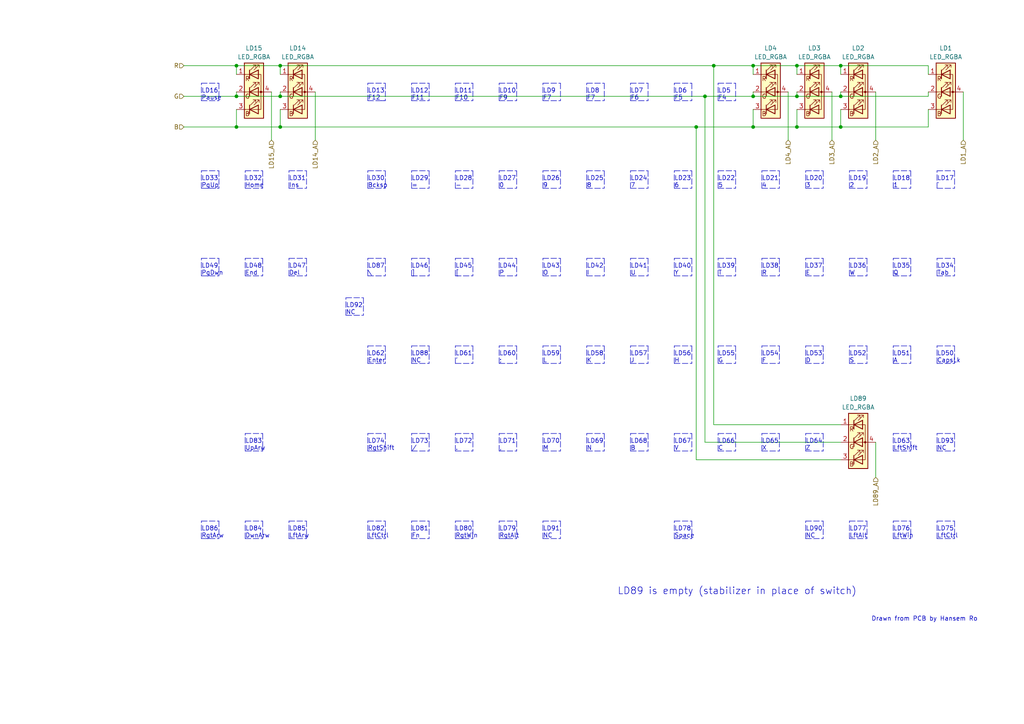
<source format=kicad_sch>
(kicad_sch (version 20211123) (generator eeschema)
  (paper "A4")
  (lib_symbols
    (symbol "Device:LED_RGBA" (pin_names (offset 0) hide)
      (property "Reference" "D" (at 0 9.398 0))
      (property "Value" "LED_RGBA" (at 0 -8.89 0))
      (symbol "LED_RGBA_0_0"
        (text "B" (at -1.905 -6.35 0) (effects (font (size 1.27 1.27))))
        (text "G" (at -1.905 -1.27 0) (effects (font (size 1.27 1.27))))
        (text "R" (at -1.905 3.81 0) (effects (font (size 1.27 1.27))))
      )
      (symbol "LED_RGBA_0_1"
        (polyline (pts (xy -1.27 -5.08) (xy -2.54 -5.08)))
        (polyline (pts (xy -1.27 -5.08) (xy 1.27 -5.08)))
        (polyline (pts (xy -1.27 -3.81) (xy -1.27 -6.35)) (stroke (width 0.254)))
        (polyline (pts (xy -1.27 0) (xy -2.54 0)))
        (polyline (pts (xy -1.27 1.27) (xy -1.27 -1.27)) (stroke (width 0.254)))
        (polyline (pts (xy -1.27 5.08) (xy -2.54 5.08)))
        (polyline (pts (xy -1.27 5.08) (xy 1.27 5.08)))
        (polyline (pts (xy -1.27 6.35) (xy -1.27 3.81)) (stroke (width 0.254)))
        (polyline (pts (xy 1.27 0) (xy -1.27 0)))
        (polyline (pts (xy 1.27 0) (xy 2.54 0)))
        (polyline (pts (xy -1.27 1.27) (xy -1.27 -1.27) (xy -1.27 -1.27)))
        (polyline (pts (xy -1.27 6.35) (xy -1.27 3.81) (xy -1.27 3.81)))
        (polyline (pts (xy 1.27 -5.08) (xy 2.032 -5.08) (xy 2.032 5.08) (xy 1.27 5.08)))
        (polyline (pts (xy 1.27 -3.81) (xy 1.27 -6.35) (xy -1.27 -5.08) (xy 1.27 -3.81)) (stroke (width 0.254)))
        (polyline (pts (xy 1.27 1.27) (xy 1.27 -1.27) (xy -1.27 0) (xy 1.27 1.27)) (stroke (width 0.254)))
        (polyline (pts (xy 1.27 6.35) (xy 1.27 3.81) (xy -1.27 5.08) (xy 1.27 6.35)) (stroke (width 0.254)))
        (polyline (pts (xy -1.016 -3.81) (xy 0.508 -2.286) (xy -0.254 -2.286) (xy 0.508 -2.286) (xy 0.508 -3.048)))
        (polyline (pts (xy -1.016 1.27) (xy 0.508 2.794) (xy -0.254 2.794) (xy 0.508 2.794) (xy 0.508 2.032)))
        (polyline (pts (xy -1.016 6.35) (xy 0.508 7.874) (xy -0.254 7.874) (xy 0.508 7.874) (xy 0.508 7.112)))
        (polyline (pts (xy 0 -3.81) (xy 1.524 -2.286) (xy 0.762 -2.286) (xy 1.524 -2.286) (xy 1.524 -3.048)))
        (polyline (pts (xy 0 1.27) (xy 1.524 2.794) (xy 0.762 2.794) (xy 1.524 2.794) (xy 1.524 2.032)))
        (polyline (pts (xy 0 6.35) (xy 1.524 7.874) (xy 0.762 7.874) (xy 1.524 7.874) (xy 1.524 7.112)))
        (rectangle (start 1.27 -1.27) (end 1.27 1.27))
        (rectangle (start 1.27 1.27) (end 1.27 1.27))
        (rectangle (start 1.27 3.81) (end 1.27 6.35))
        (rectangle (start 1.27 6.35) (end 1.27 6.35))
        (circle (center 2.032 0) (radius 0.254) (fill (type outline)))
        (rectangle (start 2.794 8.382) (end -2.794 -7.62) (stroke (width 0.254)) (fill (type background)))
      )
      (symbol "LED_RGBA_1_1"
        (pin passive line (at -5.08 5.08 0) (length 2.54) (name "RK") (number "1"))
        (pin passive line (at -5.08 0 0) (length 2.54) (name "GK") (number "2"))
        (pin passive line (at -5.08 -5.08 0) (length 2.54) (name "BK") (number "3"))
        (pin passive line (at 5.08 0 180) (length 2.54) (name "A") (number "4"))
      )
    )
  )
  (junction (at 231.14 27.94))
  (junction (at 243.84 27.94))
  (junction (at 204.47 27.94))
  (junction (at 81.28 27.94))
  (junction (at 81.28 36.83))
  (junction (at 218.44 19.05))
  (junction (at 201.93 36.83))
  (junction (at 81.28 19.05))
  (junction (at 207.01 19.05))
  (junction (at 68.58 36.83))
  (junction (at 231.14 19.05))
  (junction (at 68.58 27.94))
  (junction (at 68.58 19.05))
  (junction (at 218.44 27.94))
  (junction (at 243.84 36.83))
  (junction (at 243.84 19.05))
  (junction (at 218.44 36.83))
  (junction (at 231.14 36.83))
  (polyline (pts (xy 119.38 54.61) (xy 124.46 54.61)))
  (polyline (pts (xy 157.48 49.53) (xy 162.56 49.53)))
  (polyline (pts (xy 259.08 105.41) (xy 259.08 100.33)))
  (polyline (pts (xy 246.38 80.01) (xy 246.38 74.93)))
  (polyline (pts (xy 119.38 130.81) (xy 124.46 130.81)))
  (wire (pts (xy 231.14 36.83) (xy 243.84 36.83)))
  (wire (pts (xy 243.84 36.83) (xy 269.24 36.83)))
  (polyline (pts (xy 195.58 74.93) (xy 200.66 74.93)))
  (wire (pts (xy 81.28 21.59) (xy 81.28 19.05)))
  (polyline (pts (xy 182.88 105.41) (xy 182.88 100.33)))
  (polyline (pts (xy 208.28 80.01) (xy 208.28 74.93)))
  (polyline (pts (xy 76.2 151.13) (xy 76.2 156.21)))
  (polyline (pts (xy 106.68 105.41) (xy 111.76 105.41)))
  (polyline (pts (xy 264.16 74.93) (xy 264.16 80.01)))
  (polyline (pts (xy 213.36 49.53) (xy 213.36 54.61)))
  (polyline (pts (xy 208.28 54.61) (xy 208.28 49.53)))
  (wire (pts (xy 218.44 36.83) (xy 231.14 36.83)))
  (polyline (pts (xy 132.08 24.13) (xy 137.16 24.13)))
  (polyline (pts (xy 149.86 100.33) (xy 149.86 105.41)))
  (polyline (pts (xy 119.38 49.53) (xy 124.46 49.53)))
  (polyline (pts (xy 195.58 29.21) (xy 195.58 24.13)))
  (polyline (pts (xy 132.08 125.73) (xy 137.16 125.73)))
  (polyline (pts (xy 213.36 24.13) (xy 213.36 29.21)))
  (polyline (pts (xy 71.12 49.53) (xy 76.2 49.53)))
  (polyline (pts (xy 106.68 54.61) (xy 111.76 54.61)))
  (polyline (pts (xy 144.78 49.53) (xy 149.86 49.53)))
  (polyline (pts (xy 208.28 29.21) (xy 208.28 24.13)))
  (polyline (pts (xy 83.82 54.61) (xy 83.82 49.53)))
  (wire (pts (xy 81.28 36.83) (xy 201.93 36.83)))
  (polyline (pts (xy 106.68 100.33) (xy 111.76 100.33)))
  (polyline (pts (xy 106.68 24.13) (xy 111.76 24.13)))
  (polyline (pts (xy 182.88 80.01) (xy 182.88 74.93)))
  (polyline (pts (xy 106.68 29.21) (xy 106.68 24.13)))
  (polyline (pts (xy 137.16 100.33) (xy 137.16 105.41)))
  (polyline (pts (xy 157.48 130.81) (xy 157.48 125.73)))
  (polyline (pts (xy 208.28 105.41) (xy 213.36 105.41)))
  (polyline (pts (xy 259.08 80.01) (xy 259.08 74.93)))
  (polyline (pts (xy 71.12 54.61) (xy 71.12 49.53)))
  (polyline (pts (xy 157.48 54.61) (xy 157.48 49.53)))
  (polyline (pts (xy 251.46 74.93) (xy 251.46 80.01)))
  (polyline (pts (xy 170.18 105.41) (xy 175.26 105.41)))
  (polyline (pts (xy 246.38 156.21) (xy 251.46 156.21)))
  (polyline (pts (xy 271.78 151.13) (xy 276.86 151.13)))
  (wire (pts (xy 81.28 27.94) (xy 68.58 27.94)))
  (polyline (pts (xy 200.66 100.33) (xy 200.66 105.41)))
  (polyline (pts (xy 83.82 49.53) (xy 88.9 49.53)))
  (polyline (pts (xy 106.68 80.01) (xy 106.68 74.93)))
  (polyline (pts (xy 213.36 100.33) (xy 213.36 105.41)))
  (polyline (pts (xy 187.96 125.73) (xy 187.96 130.81)))
  (polyline (pts (xy 259.08 54.61) (xy 259.08 49.53)))
  (wire (pts (xy 68.58 19.05) (xy 81.28 19.05)))
  (polyline (pts (xy 144.78 74.93) (xy 149.86 74.93)))
  (polyline (pts (xy 208.28 29.21) (xy 213.36 29.21)))
  (polyline (pts (xy 195.58 125.73) (xy 200.66 125.73)))
  (wire (pts (xy 254 128.27) (xy 254 138.43)))
  (polyline (pts (xy 170.18 29.21) (xy 170.18 24.13)))
  (polyline (pts (xy 149.86 49.53) (xy 149.86 54.61)))
  (polyline (pts (xy 88.9 74.93) (xy 88.9 80.01)))
  (polyline (pts (xy 170.18 80.01) (xy 175.26 80.01)))
  (polyline (pts (xy 213.36 125.73) (xy 213.36 130.81)))
  (polyline (pts (xy 119.38 105.41) (xy 124.46 105.41)))
  (polyline (pts (xy 157.48 151.13) (xy 162.56 151.13)))
  (polyline (pts (xy 124.46 49.53) (xy 124.46 54.61)))
  (wire (pts (xy 53.34 27.94) (xy 68.58 27.94)))
  (polyline (pts (xy 119.38 80.01) (xy 124.46 80.01)))
  (polyline (pts (xy 124.46 100.33) (xy 124.46 105.41)))
  (polyline (pts (xy 182.88 125.73) (xy 187.96 125.73)))
  (polyline (pts (xy 106.68 80.01) (xy 111.76 80.01)))
  (polyline (pts (xy 100.33 91.44) (xy 105.41 91.44)))
  (polyline (pts (xy 220.98 130.81) (xy 226.06 130.81)))
  (polyline (pts (xy 144.78 125.73) (xy 149.86 125.73)))
  (polyline (pts (xy 105.41 86.36) (xy 105.41 91.44)))
  (polyline (pts (xy 162.56 49.53) (xy 162.56 54.61)))
  (polyline (pts (xy 271.78 156.21) (xy 276.86 156.21)))
  (polyline (pts (xy 83.82 80.01) (xy 88.9 80.01)))
  (polyline (pts (xy 195.58 80.01) (xy 200.66 80.01)))
  (polyline (pts (xy 200.66 151.13) (xy 200.66 156.21)))
  (wire (pts (xy 81.28 26.67) (xy 81.28 27.94)))
  (polyline (pts (xy 271.78 74.93) (xy 276.86 74.93)))
  (polyline (pts (xy 175.26 24.13) (xy 175.26 29.21)))
  (polyline (pts (xy 58.42 151.13) (xy 63.5 151.13)))
  (wire (pts (xy 207.01 123.19) (xy 207.01 19.05)))
  (wire (pts (xy 269.24 21.59) (xy 269.24 19.05)))
  (wire (pts (xy 218.44 36.83) (xy 218.44 31.75)))
  (polyline (pts (xy 259.08 125.73) (xy 264.16 125.73)))
  (polyline (pts (xy 259.08 151.13) (xy 264.16 151.13)))
  (polyline (pts (xy 137.16 24.13) (xy 137.16 29.21)))
  (polyline (pts (xy 200.66 49.53) (xy 200.66 54.61)))
  (polyline (pts (xy 132.08 105.41) (xy 132.08 100.33)))
  (polyline (pts (xy 195.58 105.41) (xy 200.66 105.41)))
  (polyline (pts (xy 119.38 156.21) (xy 124.46 156.21)))
  (wire (pts (xy 243.84 128.27) (xy 204.47 128.27)))
  (polyline (pts (xy 238.76 151.13) (xy 238.76 156.21)))
  (polyline (pts (xy 149.86 151.13) (xy 149.86 156.21)))
  (polyline (pts (xy 144.78 105.41) (xy 149.86 105.41)))
  (polyline (pts (xy 170.18 130.81) (xy 170.18 125.73)))
  (polyline (pts (xy 170.18 49.53) (xy 175.26 49.53)))
  (polyline (pts (xy 71.12 130.81) (xy 71.12 125.73)))
  (polyline (pts (xy 220.98 74.93) (xy 226.06 74.93)))
  (polyline (pts (xy 170.18 54.61) (xy 170.18 49.53)))
  (wire (pts (xy 269.24 27.94) (xy 269.24 26.67)))
  (polyline (pts (xy 119.38 24.13) (xy 124.46 24.13)))
  (polyline (pts (xy 233.68 151.13) (xy 238.76 151.13)))
  (polyline (pts (xy 63.5 49.53) (xy 63.5 54.61)))
  (polyline (pts (xy 132.08 29.21) (xy 137.16 29.21)))
  (polyline (pts (xy 276.86 151.13) (xy 276.86 156.21)))
  (polyline (pts (xy 119.38 156.21) (xy 119.38 151.13)))
  (wire (pts (xy 241.3 26.67) (xy 241.3 40.64)))
  (polyline (pts (xy 83.82 151.13) (xy 88.9 151.13)))
  (polyline (pts (xy 233.68 100.33) (xy 238.76 100.33)))
  (polyline (pts (xy 195.58 156.21) (xy 195.58 151.13)))
  (polyline (pts (xy 220.98 49.53) (xy 226.06 49.53)))
  (polyline (pts (xy 71.12 130.81) (xy 76.2 130.81)))
  (polyline (pts (xy 233.68 80.01) (xy 238.76 80.01)))
  (polyline (pts (xy 124.46 125.73) (xy 124.46 130.81)))
  (polyline (pts (xy 157.48 80.01) (xy 162.56 80.01)))
  (polyline (pts (xy 271.78 80.01) (xy 276.86 80.01)))
  (polyline (pts (xy 271.78 130.81) (xy 271.78 125.73)))
  (polyline (pts (xy 144.78 105.41) (xy 144.78 100.33)))
  (polyline (pts (xy 106.68 125.73) (xy 111.76 125.73)))
  (polyline (pts (xy 220.98 54.61) (xy 226.06 54.61)))
  (polyline (pts (xy 259.08 130.81) (xy 259.08 125.73)))
  (wire (pts (xy 231.14 36.83) (xy 231.14 31.75)))
  (polyline (pts (xy 208.28 130.81) (xy 208.28 125.73)))
  (wire (pts (xy 53.34 19.05) (xy 68.58 19.05)))
  (polyline (pts (xy 58.42 80.01) (xy 63.5 80.01)))
  (polyline (pts (xy 106.68 130.81) (xy 111.76 130.81)))
  (polyline (pts (xy 71.12 156.21) (xy 76.2 156.21)))
  (polyline (pts (xy 187.96 74.93) (xy 187.96 80.01)))
  (polyline (pts (xy 226.06 100.33) (xy 226.06 105.41)))
  (polyline (pts (xy 264.16 151.13) (xy 264.16 156.21)))
  (polyline (pts (xy 233.68 105.41) (xy 238.76 105.41)))
  (polyline (pts (xy 276.86 49.53) (xy 276.86 54.61)))
  (polyline (pts (xy 119.38 125.73) (xy 124.46 125.73)))
  (polyline (pts (xy 83.82 156.21) (xy 88.9 156.21)))
  (polyline (pts (xy 76.2 49.53) (xy 76.2 54.61)))
  (polyline (pts (xy 208.28 100.33) (xy 213.36 100.33)))
  (polyline (pts (xy 132.08 100.33) (xy 137.16 100.33)))
  (polyline (pts (xy 259.08 130.81) (xy 264.16 130.81)))
  (polyline (pts (xy 162.56 125.73) (xy 162.56 130.81)))
  (polyline (pts (xy 124.46 151.13) (xy 124.46 156.21)))
  (polyline (pts (xy 106.68 156.21) (xy 111.76 156.21)))
  (wire (pts (xy 201.93 133.35) (xy 201.93 36.83)))
  (polyline (pts (xy 170.18 125.73) (xy 175.26 125.73)))
  (polyline (pts (xy 271.78 156.21) (xy 271.78 151.13)))
  (polyline (pts (xy 220.98 100.33) (xy 226.06 100.33)))
  (polyline (pts (xy 132.08 74.93) (xy 137.16 74.93)))
  (polyline (pts (xy 264.16 49.53) (xy 264.16 54.61)))
  (polyline (pts (xy 119.38 29.21) (xy 119.38 24.13)))
  (wire (pts (xy 218.44 21.59) (xy 218.44 19.05)))
  (polyline (pts (xy 132.08 105.41) (xy 137.16 105.41)))
  (polyline (pts (xy 137.16 49.53) (xy 137.16 54.61)))
  (polyline (pts (xy 106.68 74.93) (xy 111.76 74.93)))
  (polyline (pts (xy 233.68 49.53) (xy 238.76 49.53)))
  (polyline (pts (xy 233.68 74.93) (xy 238.76 74.93)))
  (polyline (pts (xy 132.08 54.61) (xy 137.16 54.61)))
  (polyline (pts (xy 233.68 130.81) (xy 238.76 130.81)))
  (polyline (pts (xy 144.78 130.81) (xy 144.78 125.73)))
  (polyline (pts (xy 195.58 130.81) (xy 195.58 125.73)))
  (polyline (pts (xy 149.86 74.93) (xy 149.86 80.01)))
  (polyline (pts (xy 276.86 125.73) (xy 276.86 130.81)))
  (polyline (pts (xy 264.16 100.33) (xy 264.16 105.41)))
  (polyline (pts (xy 246.38 156.21) (xy 246.38 151.13)))
  (polyline (pts (xy 106.68 29.21) (xy 111.76 29.21)))
  (polyline (pts (xy 106.68 49.53) (xy 111.76 49.53)))
  (wire (pts (xy 78.74 26.67) (xy 78.74 40.64)))
  (polyline (pts (xy 170.18 130.81) (xy 175.26 130.81)))
  (polyline (pts (xy 195.58 130.81) (xy 200.66 130.81)))
  (polyline (pts (xy 157.48 100.33) (xy 162.56 100.33)))
  (polyline (pts (xy 76.2 125.73) (xy 76.2 130.81)))
  (polyline (pts (xy 111.76 24.13) (xy 111.76 29.21)))
  (polyline (pts (xy 157.48 24.13) (xy 162.56 24.13)))
  (polyline (pts (xy 132.08 130.81) (xy 132.08 125.73)))
  (polyline (pts (xy 195.58 105.41) (xy 195.58 100.33)))
  (polyline (pts (xy 124.46 24.13) (xy 124.46 29.21)))
  (polyline (pts (xy 71.12 80.01) (xy 76.2 80.01)))
  (polyline (pts (xy 259.08 105.41) (xy 264.16 105.41)))
  (wire (pts (xy 81.28 27.94) (xy 204.47 27.94)))
  (polyline (pts (xy 111.76 125.73) (xy 111.76 130.81)))
  (polyline (pts (xy 195.58 54.61) (xy 195.58 49.53)))
  (polyline (pts (xy 88.9 49.53) (xy 88.9 54.61)))
  (polyline (pts (xy 259.08 54.61) (xy 264.16 54.61)))
  (polyline (pts (xy 259.08 49.53) (xy 264.16 49.53)))
  (polyline (pts (xy 182.88 54.61) (xy 187.96 54.61)))
  (polyline (pts (xy 71.12 54.61) (xy 76.2 54.61)))
  (wire (pts (xy 231.14 21.59) (xy 231.14 19.05)))
  (polyline (pts (xy 144.78 156.21) (xy 144.78 151.13)))
  (polyline (pts (xy 238.76 74.93) (xy 238.76 80.01)))
  (polyline (pts (xy 137.16 125.73) (xy 137.16 130.81)))
  (polyline (pts (xy 182.88 29.21) (xy 182.88 24.13)))
  (polyline (pts (xy 63.5 151.13) (xy 63.5 156.21)))
  (polyline (pts (xy 220.98 80.01) (xy 226.06 80.01)))
  (polyline (pts (xy 195.58 100.33) (xy 200.66 100.33)))
  (polyline (pts (xy 220.98 105.41) (xy 226.06 105.41)))
  (polyline (pts (xy 111.76 74.93) (xy 111.76 80.01)))
  (polyline (pts (xy 271.78 105.41) (xy 276.86 105.41)))
  (polyline (pts (xy 233.68 80.01) (xy 233.68 74.93)))
  (polyline (pts (xy 157.48 125.73) (xy 162.56 125.73)))
  (polyline (pts (xy 119.38 151.13) (xy 124.46 151.13)))
  (polyline (pts (xy 124.46 74.93) (xy 124.46 80.01)))
  (polyline (pts (xy 182.88 29.21) (xy 187.96 29.21)))
  (polyline (pts (xy 137.16 151.13) (xy 137.16 156.21)))
  (polyline (pts (xy 157.48 156.21) (xy 162.56 156.21)))
  (polyline (pts (xy 271.78 54.61) (xy 276.86 54.61)))
  (polyline (pts (xy 233.68 156.21) (xy 238.76 156.21)))
  (polyline (pts (xy 132.08 80.01) (xy 137.16 80.01)))
  (polyline (pts (xy 208.28 105.41) (xy 208.28 100.33)))
  (polyline (pts (xy 157.48 54.61) (xy 162.56 54.61)))
  (polyline (pts (xy 246.38 151.13) (xy 251.46 151.13)))
  (polyline (pts (xy 195.58 54.61) (xy 200.66 54.61)))
  (polyline (pts (xy 264.16 125.73) (xy 264.16 130.81)))
  (polyline (pts (xy 220.98 54.61) (xy 220.98 49.53)))
  (polyline (pts (xy 144.78 80.01) (xy 149.86 80.01)))
  (polyline (pts (xy 88.9 151.13) (xy 88.9 156.21)))
  (polyline (pts (xy 246.38 100.33) (xy 251.46 100.33)))
  (wire (pts (xy 243.84 27.94) (xy 269.24 27.94)))
  (polyline (pts (xy 119.38 74.93) (xy 124.46 74.93)))
  (polyline (pts (xy 132.08 156.21) (xy 132.08 151.13)))
  (polyline (pts (xy 132.08 80.01) (xy 132.08 74.93)))
  (wire (pts (xy 204.47 128.27) (xy 204.47 27.94)))
  (polyline (pts (xy 119.38 80.01) (xy 119.38 74.93)))
  (polyline (pts (xy 170.18 74.93) (xy 175.26 74.93)))
  (polyline (pts (xy 259.08 100.33) (xy 264.16 100.33)))
  (polyline (pts (xy 187.96 100.33) (xy 187.96 105.41)))
  (polyline (pts (xy 63.5 24.13) (xy 63.5 29.21)))
  (polyline (pts (xy 246.38 49.53) (xy 251.46 49.53)))
  (polyline (pts (xy 58.42 74.93) (xy 63.5 74.93)))
  (wire (pts (xy 218.44 27.94) (xy 218.44 26.67)))
  (wire (pts (xy 243.84 36.83) (xy 243.84 31.75)))
  (polyline (pts (xy 111.76 100.33) (xy 111.76 105.41)))
  (polyline (pts (xy 233.68 54.61) (xy 233.68 49.53)))
  (polyline (pts (xy 238.76 49.53) (xy 238.76 54.61)))
  (wire (pts (xy 228.6 26.67) (xy 228.6 40.64)))
  (wire (pts (xy 204.47 27.94) (xy 218.44 27.94)))
  (polyline (pts (xy 220.98 80.01) (xy 220.98 74.93)))
  (polyline (pts (xy 119.38 54.61) (xy 119.38 49.53)))
  (wire (pts (xy 231.14 19.05) (xy 243.84 19.05)))
  (polyline (pts (xy 157.48 105.41) (xy 157.48 100.33)))
  (polyline (pts (xy 271.78 100.33) (xy 276.86 100.33)))
  (polyline (pts (xy 200.66 74.93) (xy 200.66 80.01)))
  (polyline (pts (xy 58.42 54.61) (xy 63.5 54.61)))
  (polyline (pts (xy 246.38 54.61) (xy 251.46 54.61)))
  (polyline (pts (xy 58.42 29.21) (xy 63.5 29.21)))
  (polyline (pts (xy 175.26 100.33) (xy 175.26 105.41)))
  (polyline (pts (xy 119.38 100.33) (xy 124.46 100.33)))
  (wire (pts (xy 243.84 27.94) (xy 243.84 26.67)))
  (polyline (pts (xy 271.78 105.41) (xy 271.78 100.33)))
  (polyline (pts (xy 246.38 105.41) (xy 251.46 105.41)))
  (polyline (pts (xy 251.46 100.33) (xy 251.46 105.41)))
  (polyline (pts (xy 100.33 91.44) (xy 100.33 86.36)))
  (polyline (pts (xy 119.38 29.21) (xy 124.46 29.21)))
  (polyline (pts (xy 246.38 80.01) (xy 251.46 80.01)))
  (polyline (pts (xy 71.12 125.73) (xy 76.2 125.73)))
  (polyline (pts (xy 157.48 29.21) (xy 162.56 29.21)))
  (wire (pts (xy 68.58 31.75) (xy 68.58 36.83)))
  (polyline (pts (xy 111.76 49.53) (xy 111.76 54.61)))
  (polyline (pts (xy 226.06 49.53) (xy 226.06 54.61)))
  (polyline (pts (xy 58.42 156.21) (xy 58.42 151.13)))
  (polyline (pts (xy 182.88 49.53) (xy 187.96 49.53)))
  (polyline (pts (xy 157.48 80.01) (xy 157.48 74.93)))
  (polyline (pts (xy 182.88 54.61) (xy 182.88 49.53)))
  (wire (pts (xy 68.58 26.67) (xy 68.58 27.94)))
  (polyline (pts (xy 182.88 74.93) (xy 187.96 74.93)))
  (polyline (pts (xy 83.82 80.01) (xy 83.82 74.93)))
  (polyline (pts (xy 182.88 130.81) (xy 182.88 125.73)))
  (polyline (pts (xy 220.98 105.41) (xy 220.98 100.33)))
  (polyline (pts (xy 251.46 151.13) (xy 251.46 156.21)))
  (wire (pts (xy 207.01 19.05) (xy 218.44 19.05)))
  (polyline (pts (xy 157.48 105.41) (xy 162.56 105.41)))
  (polyline (pts (xy 162.56 24.13) (xy 162.56 29.21)))
  (polyline (pts (xy 182.88 105.41) (xy 187.96 105.41)))
  (polyline (pts (xy 162.56 100.33) (xy 162.56 105.41)))
  (wire (pts (xy 81.28 36.83) (xy 68.58 36.83)))
  (polyline (pts (xy 200.66 24.13) (xy 200.66 29.21)))
  (polyline (pts (xy 83.82 74.93) (xy 88.9 74.93)))
  (polyline (pts (xy 157.48 29.21) (xy 157.48 24.13)))
  (wire (pts (xy 231.14 27.94) (xy 231.14 26.67)))
  (polyline (pts (xy 182.88 24.13) (xy 187.96 24.13)))
  (polyline (pts (xy 175.26 49.53) (xy 175.26 54.61)))
  (polyline (pts (xy 187.96 24.13) (xy 187.96 29.21)))
  (polyline (pts (xy 195.58 24.13) (xy 200.66 24.13)))
  (polyline (pts (xy 106.68 151.13) (xy 111.76 151.13)))
  (polyline (pts (xy 58.42 80.01) (xy 58.42 74.93)))
  (polyline (pts (xy 175.26 125.73) (xy 175.26 130.81)))
  (polyline (pts (xy 271.78 130.81) (xy 276.86 130.81)))
  (polyline (pts (xy 157.48 130.81) (xy 162.56 130.81)))
  (polyline (pts (xy 170.18 100.33) (xy 175.26 100.33)))
  (polyline (pts (xy 58.42 156.21) (xy 63.5 156.21)))
  (polyline (pts (xy 238.76 100.33) (xy 238.76 105.41)))
  (wire (pts (xy 231.14 27.94) (xy 243.84 27.94)))
  (polyline (pts (xy 220.98 130.81) (xy 220.98 125.73)))
  (polyline (pts (xy 71.12 151.13) (xy 76.2 151.13)))
  (polyline (pts (xy 182.88 80.01) (xy 187.96 80.01)))
  (polyline (pts (xy 238.76 125.73) (xy 238.76 130.81)))
  (wire (pts (xy 81.28 31.75) (xy 81.28 36.83)))
  (polyline (pts (xy 195.58 151.13) (xy 200.66 151.13)))
  (wire (pts (xy 218.44 27.94) (xy 231.14 27.94)))
  (polyline (pts (xy 200.66 125.73) (xy 200.66 130.81)))
  (wire (pts (xy 254 26.67) (xy 254 40.64)))
  (polyline (pts (xy 195.58 80.01) (xy 195.58 74.93)))
  (polyline (pts (xy 71.12 156.21) (xy 71.12 151.13)))
  (polyline (pts (xy 58.42 24.13) (xy 63.5 24.13)))
  (polyline (pts (xy 170.18 105.41) (xy 170.18 100.33)))
  (polyline (pts (xy 276.86 100.33) (xy 276.86 105.41)))
  (polyline (pts (xy 208.28 54.61) (xy 213.36 54.61)))
  (polyline (pts (xy 76.2 74.93) (xy 76.2 80.01)))
  (polyline (pts (xy 271.78 80.01) (xy 271.78 74.93)))
  (polyline (pts (xy 170.18 24.13) (xy 175.26 24.13)))
  (polyline (pts (xy 195.58 156.21) (xy 200.66 156.21)))
  (polyline (pts (xy 157.48 156.21) (xy 157.48 151.13)))
  (wire (pts (xy 243.84 123.19) (xy 207.01 123.19)))
  (polyline (pts (xy 149.86 125.73) (xy 149.86 130.81)))
  (wire (pts (xy 279.4 26.67) (xy 279.4 40.64)))
  (polyline (pts (xy 233.68 54.61) (xy 238.76 54.61)))
  (polyline (pts (xy 208.28 130.81) (xy 213.36 130.81)))
  (polyline (pts (xy 220.98 125.73) (xy 226.06 125.73)))
  (polyline (pts (xy 137.16 74.93) (xy 137.16 80.01)))
  (polyline (pts (xy 144.78 100.33) (xy 149.86 100.33)))
  (polyline (pts (xy 233.68 125.73) (xy 238.76 125.73)))
  (polyline (pts (xy 170.18 29.21) (xy 175.26 29.21)))
  (polyline (pts (xy 132.08 49.53) (xy 137.16 49.53)))
  (polyline (pts (xy 195.58 29.21) (xy 200.66 29.21)))
  (polyline (pts (xy 58.42 29.21) (xy 58.42 24.13)))
  (polyline (pts (xy 259.08 156.21) (xy 259.08 151.13)))
  (polyline (pts (xy 106.68 130.81) (xy 106.68 125.73)))
  (polyline (pts (xy 144.78 29.21) (xy 144.78 24.13)))
  (polyline (pts (xy 233.68 105.41) (xy 233.68 100.33)))
  (polyline (pts (xy 149.86 24.13) (xy 149.86 29.21)))
  (polyline (pts (xy 246.38 105.41) (xy 246.38 100.33)))
  (polyline (pts (xy 226.06 125.73) (xy 226.06 130.81)))
  (polyline (pts (xy 271.78 49.53) (xy 276.86 49.53)))
  (polyline (pts (xy 106.68 54.61) (xy 106.68 49.53)))
  (polyline (pts (xy 144.78 24.13) (xy 149.86 24.13)))
  (polyline (pts (xy 144.78 156.21) (xy 149.86 156.21)))
  (polyline (pts (xy 111.76 151.13) (xy 111.76 156.21)))
  (polyline (pts (xy 132.08 54.61) (xy 132.08 49.53)))
  (polyline (pts (xy 233.68 156.21) (xy 233.68 151.13)))
  (wire (pts (xy 91.44 26.67) (xy 91.44 40.64)))
  (polyline (pts (xy 58.42 49.53) (xy 63.5 49.53)))
  (polyline (pts (xy 144.78 151.13) (xy 149.86 151.13)))
  (polyline (pts (xy 259.08 74.93) (xy 264.16 74.93)))
  (polyline (pts (xy 157.48 74.93) (xy 162.56 74.93)))
  (polyline (pts (xy 106.68 105.41) (xy 106.68 100.33)))
  (polyline (pts (xy 132.08 156.21) (xy 137.16 156.21)))
  (wire (pts (xy 269.24 36.83) (xy 269.24 31.75)))
  (polyline (pts (xy 175.26 74.93) (xy 175.26 80.01)))
  (polyline (pts (xy 100.33 86.36) (xy 105.41 86.36)))
  (polyline (pts (xy 259.08 156.21) (xy 264.16 156.21)))
  (polyline (pts (xy 246.38 54.61) (xy 246.38 49.53)))
  (polyline (pts (xy 162.56 74.93) (xy 162.56 80.01)))
  (polyline (pts (xy 144.78 80.01) (xy 144.78 74.93)))
  (wire (pts (xy 243.84 133.35) (xy 201.93 133.35)))
  (polyline (pts (xy 233.68 130.81) (xy 233.68 125.73)))
  (polyline (pts (xy 106.68 156.21) (xy 106.68 151.13)))
  (polyline (pts (xy 132.08 151.13) (xy 137.16 151.13)))
  (polyline (pts (xy 162.56 151.13) (xy 162.56 156.21)))
  (polyline (pts (xy 170.18 54.61) (xy 175.26 54.61)))
  (polyline (pts (xy 144.78 54.61) (xy 149.86 54.61)))
  (polyline (pts (xy 111.76 29.21) (xy 110.49 29.21)))
  (polyline (pts (xy 71.12 80.01) (xy 71.12 74.93)))
  (polyline (pts (xy 208.28 24.13) (xy 213.36 24.13)))
  (polyline (pts (xy 187.96 49.53) (xy 187.96 54.61)))
  (polyline (pts (xy 271.78 54.61) (xy 271.78 49.53)))
  (polyline (pts (xy 119.38 130.81) (xy 119.38 125.73)))
  (polyline (pts (xy 71.12 74.93) (xy 76.2 74.93)))
  (polyline (pts (xy 208.28 125.73) (xy 213.36 125.73)))
  (polyline (pts (xy 226.06 74.93) (xy 226.06 80.01)))
  (polyline (pts (xy 132.08 130.81) (xy 137.16 130.81)))
  (polyline (pts (xy 182.88 130.81) (xy 187.96 130.81)))
  (polyline (pts (xy 208.28 49.53) (xy 213.36 49.53)))
  (polyline (pts (xy 58.42 54.61) (xy 58.42 49.53)))
  (wire (pts (xy 218.44 19.05) (xy 231.14 19.05)))
  (polyline (pts (xy 132.08 29.21) (xy 132.08 24.13)))
  (polyline (pts (xy 63.5 74.93) (xy 63.5 80.01)))
  (wire (pts (xy 81.28 19.05) (xy 207.01 19.05)))
  (wire (pts (xy 68.58 21.59) (xy 68.58 19.05)))
  (polyline (pts (xy 208.28 80.01) (xy 213.36 80.01)))
  (polyline (pts (xy 213.36 74.93) (xy 213.36 80.01)))
  (polyline (pts (xy 144.78 130.81) (xy 149.86 130.81)))
  (polyline (pts (xy 271.78 125.73) (xy 276.86 125.73)))
  (polyline (pts (xy 83.82 54.61) (xy 88.9 54.61)))
  (polyline (pts (xy 251.46 49.53) (xy 251.46 54.61)))
  (wire (pts (xy 53.34 36.83) (xy 68.58 36.83)))
  (polyline (pts (xy 144.78 54.61) (xy 144.78 49.53)))
  (polyline (pts (xy 246.38 74.93) (xy 251.46 74.93)))
  (polyline (pts (xy 259.08 80.01) (xy 264.16 80.01)))
  (polyline (pts (xy 170.18 80.01) (xy 170.18 74.93)))
  (polyline (pts (xy 83.82 156.21) (xy 83.82 151.13)))
  (wire (pts (xy 243.84 19.05) (xy 269.24 19.05)))
  (polyline (pts (xy 208.28 74.93) (xy 213.36 74.93)))
  (wire (pts (xy 243.84 21.59) (xy 243.84 19.05)))
  (wire (pts (xy 201.93 36.83) (xy 218.44 36.83)))
  (polyline (pts (xy 144.78 29.21) (xy 149.86 29.21)))
  (polyline (pts (xy 195.58 49.53) (xy 200.66 49.53)))
  (polyline (pts (xy 276.86 74.93) (xy 276.86 80.01)))
  (polyline (pts (xy 119.38 105.41) (xy 119.38 100.33)))
  (polyline (pts (xy 182.88 100.33) (xy 187.96 100.33)))
  (text "LD55\nG" (at 208.28 105.41 0) (effects (font (size 1.27 1.27)) (justify left bottom)))
  (text "LD34\nTab" (at 271.78 80.01 0) (effects (font (size 1.27 1.27)) (justify left bottom)))
  (text "LD20\n3" (at 233.68 54.61 0) (effects (font (size 1.27 1.27)) (justify left bottom)))
  (text "LD23\n6" (at 195.58 54.61 0) (effects (font (size 1.27 1.27)) (justify left bottom)))
  (text "LD44\nP" (at 144.78 80.01 0) (effects (font (size 1.27 1.27)) (justify left bottom)))
  (text "LD61\n'" (at 132.08 105.41 0) (effects (font (size 1.27 1.27)) (justify left bottom)))
  (text "LD33\nPgUp" (at 58.42 54.61 0) (effects (font (size 1.27 1.27)) (justify left bottom)))
  (text "LD76\nLftWin" (at 259.08 156.21 0) (effects (font (size 1.27 1.27)) (justify left bottom)))
  (text "LD89 is empty (stabilizer in place of switch)" (at 179.07 172.72 0) (effects (font (size 2 2)) (justify left bottom)))
  (text "LD5\nF4" (at 208.28 29.21 0) (effects (font (size 1.27 1.27)) (justify left bottom)))
  (text "LD54\nF" (at 220.98 105.41 0) (effects (font (size 1.27 1.27)) (justify left bottom)))
  (text "LD27\n0" (at 144.78 54.61 0) (effects (font (size 1.27 1.27)) (justify left bottom)))
  (text "LD7\nF6" (at 182.88 29.21 0) (effects (font (size 1.27 1.27)) (justify left bottom)))
  (text "LD17\n`" (at 271.78 54.61 0) (effects (font (size 1.27 1.27)) (justify left bottom)))
  (text "LD80\nRgtWin" (at 132.08 156.21 0) (effects (font (size 1.27 1.27)) (justify left bottom)))
  (text "LD9\nF7" (at 157.48 29.21 0) (effects (font (size 1.27 1.27)) (justify left bottom)))
  (text "Drawn from PCB by Hansem Ro" (at 252.73 180.34 0) (effects (font (size 1.27 1.27)) (justify left bottom)))
  (text "LD87\n\\" (at 106.68 80.01 0) (effects (font (size 1.27 1.27)) (justify left bottom)))
  (text "LD59\nL" (at 157.48 105.41 0) (effects (font (size 1.27 1.27)) (justify left bottom)))
  (text "LD19\n2" (at 246.38 54.61 0) (effects (font (size 1.27 1.27)) (justify left bottom)))
  (text "LD63\nLftShift" (at 259.08 130.81 0) (effects (font (size 1.27 1.27)) (justify left bottom)))
  (text "LD66\nC" (at 208.28 130.81 0) (effects (font (size 1.27 1.27)) (justify left bottom)))
  (text "LD79\nRgtAlt" (at 144.78 156.21 0) (effects (font (size 1.27 1.27)) (justify left bottom)))
  (text "LD58\nK" (at 170.18 105.41 0) (effects (font (size 1.27 1.27)) (justify left bottom)))
  (text "LD41\nU" (at 182.88 80.01 0) (effects (font (size 1.27 1.27)) (justify left bottom)))
  (text "LD8\nF7" (at 170.18 29.21 0) (effects (font (size 1.27 1.27)) (justify left bottom)))
  (text "LD92\nNC" (at 100.33 91.44 0) (effects (font (size 1.27 1.27)) (justify left bottom)))
  (text "LD29\n=" (at 119.38 54.61 0) (effects (font (size 1.27 1.27)) (justify left bottom)))
  (text "LD72\n." (at 132.08 130.81 0) (effects (font (size 1.27 1.27)) (justify left bottom)))
  (text "LD77\nLftAlt" (at 246.38 156.21 0) (effects (font (size 1.27 1.27)) (justify left bottom)))
  (text "LD57\nJ" (at 182.88 105.41 0) (effects (font (size 1.27 1.27)) (justify left bottom)))
  (text "LD43\nO" (at 157.48 80.01 0) (effects (font (size 1.27 1.27)) (justify left bottom)))
  (text "LD56\nH" (at 195.58 105.41 0) (effects (font (size 1.27 1.27)) (justify left bottom)))
  (text "LD62\nEnter" (at 106.68 105.41 0) (effects (font (size 1.27 1.27)) (justify left bottom)))
  (text "LD93\nNC" (at 271.78 130.81 0) (effects (font (size 1.27 1.27)) (justify left bottom)))
  (text "LD25\n8" (at 170.18 54.61 0) (effects (font (size 1.27 1.27)) (justify left bottom)))
  (text "LD82\nLftCtrl" (at 106.68 156.21 0) (effects (font (size 1.27 1.27)) (justify left bottom)))
  (text "LD85\nLftArw" (at 83.82 156.21 0) (effects (font (size 1.27 1.27)) (justify left bottom)))
  (text "LD51\nA" (at 259.08 105.41 0) (effects (font (size 1.27 1.27)) (justify left bottom)))
  (text "LD64\nZ" (at 233.68 130.81 0) (effects (font (size 1.27 1.27)) (justify left bottom)))
  (text "LD24\n7" (at 182.88 54.61 0) (effects (font (size 1.27 1.27)) (justify left bottom)))
  (text "LD86\nRgtArw" (at 58.42 156.21 0) (effects (font (size 1.27 1.27)) (justify left bottom)))
  (text "LD69\nN" (at 170.18 130.81 0) (effects (font (size 1.27 1.27)) (justify left bottom)))
  (text "LD11\nF10" (at 132.08 29.21 0) (effects (font (size 1.27 1.27)) (justify left bottom)))
  (text "LD46\n]" (at 119.38 80.01 0) (effects (font (size 1.27 1.27)) (justify left bottom)))
  (text "LD32\nHome" (at 71.12 54.61 0) (effects (font (size 1.27 1.27)) (justify left bottom)))
  (text "LD91\nNC" (at 157.48 156.21 0) (effects (font (size 1.27 1.27)) (justify left bottom)))
  (text "LD83\nUpArw" (at 71.12 130.81 0) (effects (font (size 1.27 1.27)) (justify left bottom)))
  (text "LD18\n1" (at 259.08 54.61 0) (effects (font (size 1.27 1.27)) (justify left bottom)))
  (text "LD84\nDwnArw" (at 71.12 156.21 0) (effects (font (size 1.27 1.27)) (justify left bottom)))
  (text "LD81\nFn" (at 119.38 156.21 0) (effects (font (size 1.27 1.27)) (justify left bottom)))
  (text "LD71\n," (at 144.78 130.81 0) (effects (font (size 1.27 1.27)) (justify left bottom)))
  (text "LD6\nF5" (at 195.58 29.21 0) (effects (font (size 1.27 1.27)) (justify left bottom)))
  (text "LD37\nE" (at 233.68 80.01 0) (effects (font (size 1.27 1.27)) (justify left bottom)))
  (text "LD52\nS" (at 246.38 105.41 0) (effects (font (size 1.27 1.27)) (justify left bottom)))
  (text "LD90\nNC" (at 233.68 156.21 0) (effects (font (size 1.27 1.27)) (justify left bottom)))
  (text "LD73\n/" (at 119.38 130.81 0) (effects (font (size 1.27 1.27)) (justify left bottom)))
  (text "LD42\nI" (at 170.18 80.01 0) (effects (font (size 1.27 1.27)) (justify left bottom)))
  (text "LD12\nF11" (at 119.38 29.21 0) (effects (font (size 1.27 1.27)) (justify left bottom)))
  (text "LD13\nF12" (at 106.68 29.21 0) (effects (font (size 1.27 1.27)) (justify left bottom)))
  (text "LD21\n4" (at 220.98 54.61 0) (effects (font (size 1.27 1.27)) (justify left bottom)))
  (text "LD65\nX" (at 220.98 130.81 0) (effects (font (size 1.27 1.27)) (justify left bottom)))
  (text "LD31\nIns" (at 83.82 54.61 0) (effects (font (size 1.27 1.27)) (justify left bottom)))
  (text "LD30\nBcksp" (at 106.68 54.61 0) (effects (font (size 1.27 1.27)) (justify left bottom)))
  (text "LD68\nB" (at 182.88 130.81 0) (effects (font (size 1.27 1.27)) (justify left bottom)))
  (text "LD47\nDel" (at 83.82 80.01 0) (effects (font (size 1.27 1.27)) (justify left bottom)))
  (text "LD22\n5" (at 208.28 54.61 0) (effects (font (size 1.27 1.27)) (justify left bottom)))
  (text "LD74\nRgtShift" (at 106.68 130.81 0) (effects (font (size 1.27 1.27)) (justify left bottom)))
  (text "LD88\nNC" (at 119.38 105.41 0) (effects (font (size 1.27 1.27)) (justify left bottom)))
  (text "LD16\nPause" (at 58.42 29.21 0) (effects (font (size 1.27 1.27)) (justify left bottom)))
  (text "LD78\nSpace" (at 195.58 156.21 0) (effects (font (size 1.27 1.27)) (justify left bottom)))
  (text "LD10\nF9" (at 144.78 29.21 0) (effects (font (size 1.27 1.27)) (justify left bottom)))
  (text "LD45\n[" (at 132.08 80.01 0) (effects (font (size 1.27 1.27)) (justify left bottom)))
  (text "LD28\n-" (at 132.08 54.61 0) (effects (font (size 1.27 1.27)) (justify left bottom)))
  (text "LD67\nV" (at 195.58 130.81 0) (effects (font (size 1.27 1.27)) (justify left bottom)))
  (text "LD35\nQ" (at 259.08 80.01 0) (effects (font (size 1.27 1.27)) (justify left bottom)))
  (text "LD75\nLftCtrl" (at 271.78 156.21 0) (effects (font (size 1.27 1.27)) (justify left bottom)))
  (text "LD50\nCapsLk" (at 271.78 105.41 0) (effects (font (size 1.27 1.27)) (justify left bottom)))
  (text "LD48\nEnd" (at 71.12 80.01 0) (effects (font (size 1.27 1.27)) (justify left bottom)))
  (text "LD60\n;" (at 144.78 105.41 0) (effects (font (size 1.27 1.27)) (justify left bottom)))
  (text "LD36\nW" (at 246.38 80.01 0) (effects (font (size 1.27 1.27)) (justify left bottom)))
  (text "LD40\nY" (at 195.58 80.01 0) (effects (font (size 1.27 1.27)) (justify left bottom)))
  (text "LD53\nD" (at 233.68 105.41 0) (effects (font (size 1.27 1.27)) (justify left bottom)))
  (text "LD49\nPgDwn" (at 58.42 80.01 0) (effects (font (size 1.27 1.27)) (justify left bottom)))
  (text "LD38\nR" (at 220.98 80.01 0) (effects (font (size 1.27 1.27)) (justify left bottom)))
  (text "LD39\nT" (at 208.28 80.01 0) (effects (font (size 1.27 1.27)) (justify left bottom)))
  (text "LD26\n9" (at 157.48 54.61 0) (effects (font (size 1.27 1.27)) (justify left bottom)))
  (text "LD70\nM" (at 157.48 130.81 0) (effects (font (size 1.27 1.27)) (justify left bottom)))
  (hierarchical_label "B" (shape input) (at 53.34 36.83 180))
  (hierarchical_label "LD2_A" (shape input) (at 254 40.64 270))
  (hierarchical_label "G" (shape input) (at 53.34 27.94 180))
  (hierarchical_label "LD1_A" (shape input) (at 279.4 40.64 270))
  (hierarchical_label "LD3_A" (shape input) (at 241.3 40.64 270))
  (hierarchical_label "LD4_A" (shape input) (at 228.6 40.64 270))
  (hierarchical_label "LD15_A" (shape input) (at 78.74 40.64 270))
  (hierarchical_label "LD14_A" (shape input) (at 91.44 40.64 270))
  (hierarchical_label "LD89_A" (shape input) (at 254 138.43 270))
  (hierarchical_label "R" (shape input) (at 53.34 19.05 180))
  (symbol (lib_id "Device:LED_RGBA") (at 73.66 26.67 0) (unit 1)
    (property "Reference" "LD15" (at 73.66 13.97 0))
    (property "Value" "LED_RGBA" (at 73.66 16.51 0))
  )
  (symbol (lib_id "Device:LED_RGBA") (at 248.92 26.67 0) (unit 1)
    (property "Reference" "LD2" (at 248.92 13.97 0))
    (property "Value" "LED_RGBA" (at 248.92 16.51 0))
  )
  (symbol (lib_id "Device:LED_RGBA") (at 86.36 26.67 0) (unit 1)
    (property "Reference" "LD14" (at 86.36 13.97 0))
    (property "Value" "LED_RGBA" (at 86.36 16.51 0))
  )
  (symbol (lib_id "Device:LED_RGBA") (at 248.92 128.27 0) (unit 1)
    (property "Reference" "LD89" (at 248.92 115.57 0))
    (property "Value" "LED_RGBA" (at 248.92 118.11 0))
  )
  (symbol (lib_id "Device:LED_RGBA") (at 236.22 26.67 0) (unit 1)
    (property "Reference" "LD3" (at 236.22 13.97 0))
    (property "Value" "LED_RGBA" (at 236.22 16.51 0))
  )
  (symbol (lib_id "Device:LED_RGBA") (at 274.32 26.67 0) (unit 1)
    (property "Reference" "LD1" (at 274.32 13.97 0))
    (property "Value" "LED_RGBA" (at 274.32 16.51 0))
  )
  (symbol (lib_id "Device:LED_RGBA") (at 223.52 26.67 0) (unit 1)
    (property "Reference" "LD4" (at 223.52 13.97 0))
    (property "Value" "LED_RGBA" (at 223.52 16.51 0))
  )
)
</source>
